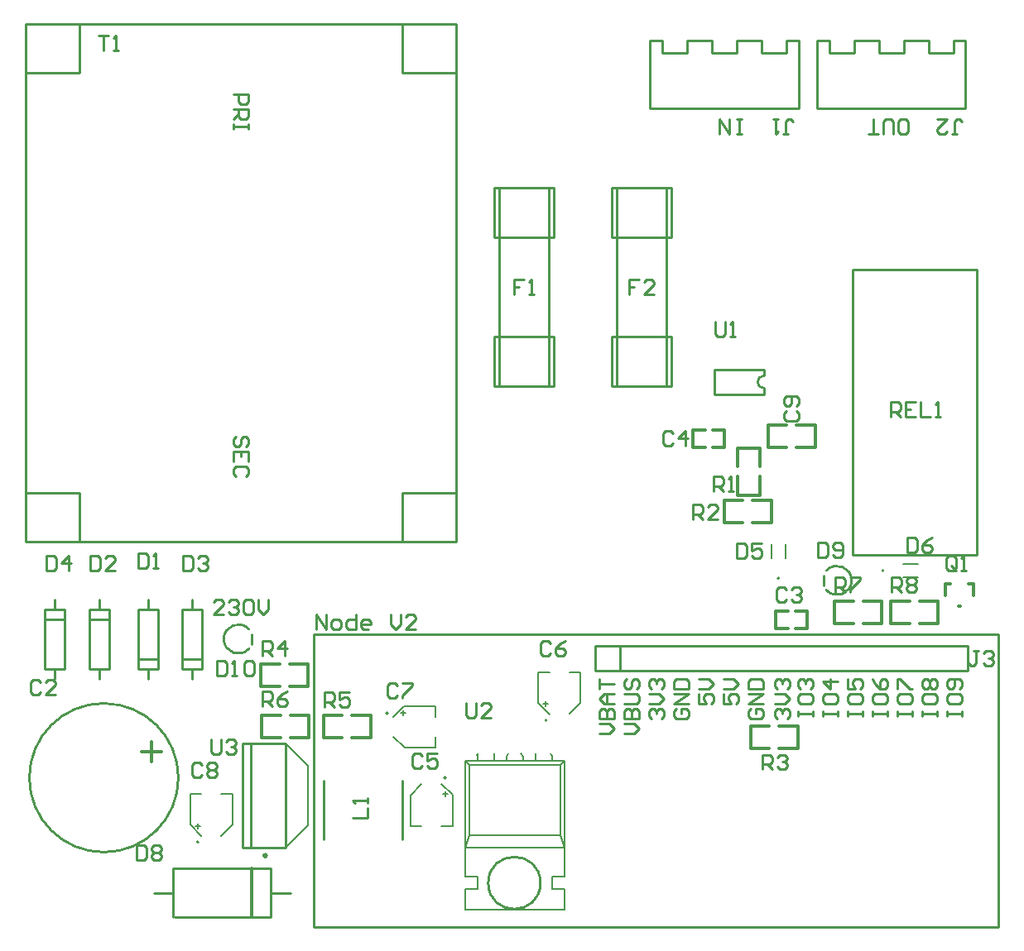
<source format=gbr>
%TF.GenerationSoftware,Altium Limited,Altium Designer,24.0.1 (36)*%
G04 Layer_Color=65535*
%FSLAX45Y45*%
%MOMM*%
%TF.SameCoordinates,1548FFD4-C5F0-4C99-8D9D-CADF44B10A7D*%
%TF.FilePolarity,Positive*%
%TF.FileFunction,Legend,Top*%
%TF.Part,Single*%
G01*
G75*
%TA.AperFunction,NonConductor*%
%ADD27C,0.25400*%
%ADD46C,0.20000*%
%ADD47C,0.12700*%
%ADD48C,0.30480*%
%ADD49C,0.30000*%
%ADD50R,0.35000X0.35000*%
D27*
X2336102Y3048757D02*
G03*
X2336102Y2851242I-111102J-98757D01*
G01*
X5314993Y452032D02*
G03*
X5314993Y452032I-266700J0D01*
G01*
X8238898Y3451243D02*
G03*
X8238898Y3648757I111102J98757D01*
G01*
X1612000Y1529215D02*
G03*
X1612000Y1529215I-762000J0D01*
G01*
X7599900Y5644566D02*
G03*
X7599900Y5517566I0J-63500D01*
G01*
X2364700Y2899200D02*
Y3000800D01*
X2706200Y816600D02*
Y1883400D01*
X2271100Y816600D02*
X2706200D01*
X2350600Y1883400D02*
X2706200D01*
X2271000Y816500D02*
X2271100Y816600D01*
X2271000Y816500D02*
Y1883300D01*
X2271100Y1883400D01*
X2350600D01*
Y816600D02*
Y1883400D01*
X6127000Y2623000D02*
Y2877000D01*
X5873000Y2623000D02*
Y2877000D01*
Y2877000D02*
X9683000Y2877000D01*
Y2686500D02*
Y2813500D01*
X5873000Y2623000D02*
X9683000Y2623000D01*
Y2686500D01*
Y2813500D02*
Y2877000D01*
X3000000Y0D02*
X10000000D01*
Y2900000D01*
Y3000000D01*
X3000000D02*
X10000000D01*
X3000000Y0D02*
Y3000000D01*
X8146000Y8382500D02*
Y9081000D01*
Y8382500D02*
X8643000D01*
X9662000D02*
Y8463500D01*
X8643000Y8382500D02*
X9662000D01*
Y8463500D02*
Y9081000D01*
X9543000Y8954000D02*
Y9081000D01*
X9289000Y8954000D02*
Y9081000D01*
X9035000Y8954000D02*
Y9081000D01*
X8781000Y8954000D02*
Y9081000D01*
X8527000Y8954000D02*
Y9081000D01*
X8273000Y8954000D02*
Y9081000D01*
X9543000D02*
X9662000D01*
X9289000Y8954000D02*
X9543000D01*
X9035000Y9081000D02*
X9289000D01*
X9035000Y8954000D02*
Y9081000D01*
X8781000Y8954000D02*
X9035000D01*
X8781000D02*
Y9081000D01*
X8527000D02*
X8781000D01*
X8273000Y8954000D02*
X8527000D01*
X8146000Y9081000D02*
X8273000D01*
X6604813Y5534330D02*
X6655613D01*
Y6042330D01*
X6604813D02*
X6655613D01*
X6604813Y7058330D02*
X6655613D01*
Y7566330D01*
X6604813D02*
X6655613D01*
X6046013Y5534330D02*
X6096813D01*
X6046013D02*
Y6042330D01*
X6096813D01*
X6046013Y7058330D02*
X6096813D01*
X6046013D02*
Y7566330D01*
X6096813D01*
Y6042330D02*
X6604813D01*
X6096813Y7058330D02*
X6604813D01*
X6096813Y5534330D02*
Y7566330D01*
Y5534330D02*
X6604813D01*
Y7566330D01*
X6096813D02*
X6604813D01*
X5404813Y5534330D02*
X5455613D01*
Y6042330D01*
X5404813D02*
X5455613D01*
X5404813Y7058330D02*
X5455613D01*
Y7566330D01*
X5404813D02*
X5455613D01*
X4846013Y5534330D02*
X4896813D01*
X4846013D02*
Y6042330D01*
X4896813D01*
X4846013Y7058330D02*
X4896813D01*
X4846013D02*
Y7566330D01*
X4896813D01*
Y6042330D02*
X5404813D01*
X4896813Y7058330D02*
X5404813D01*
X4896813Y5534330D02*
Y7566330D01*
Y5534330D02*
X5404813D01*
Y7566330D01*
X4896813D02*
X5404813D01*
X6438000Y8382500D02*
Y9081000D01*
Y8382500D02*
X6935000D01*
X7954000D02*
Y8463500D01*
X6935000Y8382500D02*
X7954000D01*
Y8463500D02*
Y9081000D01*
X7835000Y8954000D02*
Y9081000D01*
X7581000Y8954000D02*
Y9081000D01*
X7327000Y8954000D02*
Y9081000D01*
X7073000Y8954000D02*
Y9081000D01*
X6819000Y8954000D02*
Y9081000D01*
X6565000Y8954000D02*
Y9081000D01*
X7835000D02*
X7954000D01*
X7581000Y8954000D02*
X7835000D01*
X7327000Y9081000D02*
X7581000D01*
X7327000Y8954000D02*
Y9081000D01*
X7073000Y8954000D02*
X7327000D01*
X7073000D02*
Y9081000D01*
X6819000D02*
X7073000D01*
X6565000Y8954000D02*
X6819000D01*
X6438000Y9081000D02*
X6565000D01*
X3900000Y8750000D02*
X4450000D01*
X3900000D02*
Y9250000D01*
X600000Y8750000D02*
Y9250000D01*
X50000Y8750000D02*
X600000D01*
X50000Y4450000D02*
X600000D01*
Y3950000D02*
Y4450000D01*
X3900000D02*
X4450000D01*
X3900000Y3950000D02*
Y4450000D01*
X50000Y3950000D02*
Y9250000D01*
Y3950000D02*
X4450000D01*
Y9250000D01*
X50000D02*
X4450000D01*
X8509000Y6731000D02*
X9779000D01*
Y3810000D02*
Y6731000D01*
X8509000Y3810000D02*
X9779000D01*
X8509000D02*
Y6731000D01*
X8210300Y3499200D02*
Y3600800D01*
X3100000Y1200000D02*
Y1500000D01*
Y900000D02*
Y1200000D01*
X3900000D02*
Y1500000D01*
Y900000D02*
Y1200000D01*
X1198400Y2645200D02*
X1401600D01*
X1198400Y2746800D02*
X1401600D01*
X1198400Y3254800D02*
X1401600D01*
X1300000D02*
Y3356400D01*
Y2543600D02*
Y2645200D01*
X1401600D02*
Y3254800D01*
X1198400Y2645200D02*
Y3254800D01*
X901600Y2645200D02*
Y3254800D01*
X698400Y2645200D02*
Y3254800D01*
X800000D02*
Y3356400D01*
Y2543600D02*
Y2645200D01*
X698400D02*
X901600D01*
X698400Y3153200D02*
X901600D01*
X698400Y3254800D02*
X901600D01*
X7599900Y5644566D02*
Y5708066D01*
Y5454066D02*
Y5517566D01*
X7091900Y5454066D02*
X7599900D01*
X7091900D02*
Y5708066D01*
X7599900D01*
X451600Y2645200D02*
Y3254800D01*
X248400Y2645200D02*
Y3254800D01*
X350000D02*
Y3356400D01*
Y2543600D02*
Y2645200D01*
X248400D02*
X451600D01*
X248400Y3153200D02*
X451600D01*
X248400Y3254800D02*
X451600D01*
X1648400Y2645200D02*
Y3254800D01*
X1851600Y2645200D02*
Y3254800D01*
X1750000Y2543600D02*
Y2645200D01*
Y3254800D02*
Y3356400D01*
X1648400Y3254800D02*
X1851600D01*
X1648400Y2746800D02*
X1851600D01*
X1648400Y2645200D02*
X1851600D01*
X1570714Y100000D02*
X2559714D01*
X1559714Y600000D02*
X2559714D01*
Y350000D02*
X2761315D01*
X1359714D02*
X1559714D01*
Y100000D02*
Y600000D01*
X2559714Y100000D02*
Y600000D01*
X2076967Y3200400D02*
X1975400D01*
X2076967Y3301967D01*
Y3327359D01*
X2051575Y3352751D01*
X2000792D01*
X1975400Y3327359D01*
X2127751D02*
X2153143Y3352751D01*
X2203926D01*
X2229318Y3327359D01*
Y3301967D01*
X2203926Y3276575D01*
X2178534D01*
X2203926D01*
X2229318Y3251183D01*
Y3225792D01*
X2203926Y3200400D01*
X2153143D01*
X2127751Y3225792D01*
X2280101Y3327359D02*
X2305493Y3352751D01*
X2356277D01*
X2381669Y3327359D01*
Y3225792D01*
X2356277Y3200400D01*
X2305493D01*
X2280101Y3225792D01*
Y3327359D01*
X2432452Y3352751D02*
Y3251183D01*
X2483236Y3200400D01*
X2534019Y3251183D01*
Y3352751D01*
X3025400Y3050400D02*
Y3202751D01*
X3126967Y3050400D01*
Y3202751D01*
X3203143Y3050400D02*
X3253926D01*
X3279318Y3075792D01*
Y3126575D01*
X3253926Y3151967D01*
X3203143D01*
X3177751Y3126575D01*
Y3075792D01*
X3203143Y3050400D01*
X3431669Y3202751D02*
Y3050400D01*
X3355493D01*
X3330102Y3075792D01*
Y3126575D01*
X3355493Y3151967D01*
X3431669D01*
X3558628Y3050400D02*
X3507844D01*
X3482452Y3075792D01*
Y3126575D01*
X3507844Y3151967D01*
X3558628D01*
X3584020Y3126575D01*
Y3101184D01*
X3482452D01*
X3787154Y3202751D02*
Y3101184D01*
X3837937Y3050400D01*
X3888721Y3101184D01*
Y3202751D01*
X4041072Y3050400D02*
X3939504D01*
X4041072Y3151967D01*
Y3177359D01*
X4015680Y3202751D01*
X3964896D01*
X3939504Y3177359D01*
X6708441Y2235967D02*
X6683049Y2210575D01*
Y2159792D01*
X6708441Y2134400D01*
X6810008D01*
X6835400Y2159792D01*
Y2210575D01*
X6810008Y2235967D01*
X6759224D01*
Y2185184D01*
X6835400Y2286751D02*
X6683049D01*
X6835400Y2388318D01*
X6683049D01*
Y2439102D02*
X6835400D01*
Y2515277D01*
X6810008Y2540669D01*
X6708441D01*
X6683049Y2515277D01*
Y2439102D01*
X7470441Y2235967D02*
X7445049Y2210575D01*
Y2159792D01*
X7470441Y2134400D01*
X7572008D01*
X7597400Y2159792D01*
Y2210575D01*
X7572008Y2235967D01*
X7521224D01*
Y2185184D01*
X7597400Y2286751D02*
X7445049D01*
X7597400Y2388318D01*
X7445049D01*
Y2439102D02*
X7597400D01*
Y2515277D01*
X7572008Y2540669D01*
X7470441D01*
X7445049Y2515277D01*
Y2439102D01*
X6937049Y2388367D02*
Y2286800D01*
X7013224D01*
X6987833Y2337584D01*
Y2362975D01*
X7013224Y2388367D01*
X7064008D01*
X7089400Y2362975D01*
Y2312192D01*
X7064008Y2286800D01*
X6937049Y2439151D02*
X7038616D01*
X7089400Y2489934D01*
X7038616Y2540718D01*
X6937049D01*
X7191049Y2388367D02*
Y2286800D01*
X7267224D01*
X7241833Y2337584D01*
Y2362975D01*
X7267224Y2388367D01*
X7318008D01*
X7343400Y2362975D01*
Y2312192D01*
X7318008Y2286800D01*
X7191049Y2439151D02*
X7292616D01*
X7343400Y2489934D01*
X7292616Y2540718D01*
X7191049D01*
X6454441Y2134400D02*
X6429049Y2159792D01*
Y2210575D01*
X6454441Y2235967D01*
X6479833D01*
X6505224Y2210575D01*
Y2185184D01*
Y2210575D01*
X6530616Y2235967D01*
X6556008D01*
X6581400Y2210575D01*
Y2159792D01*
X6556008Y2134400D01*
X6429049Y2286751D02*
X6530616D01*
X6581400Y2337534D01*
X6530616Y2388318D01*
X6429049D01*
X6454441Y2439102D02*
X6429049Y2464493D01*
Y2515277D01*
X6454441Y2540669D01*
X6479833D01*
X6505224Y2515277D01*
Y2489885D01*
Y2515277D01*
X6530616Y2540669D01*
X6556008D01*
X6581400Y2515277D01*
Y2464493D01*
X6556008Y2439102D01*
X7738530Y2136825D02*
X7713138Y2162217D01*
Y2213001D01*
X7738530Y2238393D01*
X7763921D01*
X7789313Y2213001D01*
Y2187609D01*
Y2213001D01*
X7814705Y2238393D01*
X7840097D01*
X7865488Y2213001D01*
Y2162217D01*
X7840097Y2136825D01*
X7713138Y2289176D02*
X7814705D01*
X7865488Y2339960D01*
X7814705Y2390743D01*
X7713138D01*
X7738530Y2441527D02*
X7713138Y2466919D01*
Y2517702D01*
X7738530Y2543094D01*
X7763921D01*
X7789313Y2517702D01*
Y2492310D01*
Y2517702D01*
X7814705Y2543094D01*
X7840097D01*
X7865488Y2517702D01*
Y2466919D01*
X7840097Y2441527D01*
X6175049Y1982000D02*
X6276616D01*
X6327400Y2032784D01*
X6276616Y2083567D01*
X6175049D01*
Y2134351D02*
X6327400D01*
Y2210526D01*
X6302008Y2235918D01*
X6276616D01*
X6251224Y2210526D01*
Y2134351D01*
Y2210526D01*
X6225833Y2235918D01*
X6200441D01*
X6175049Y2210526D01*
Y2134351D01*
Y2286702D02*
X6302008D01*
X6327400Y2312093D01*
Y2362877D01*
X6302008Y2388269D01*
X6175049D01*
X6200441Y2540620D02*
X6175049Y2515228D01*
Y2464444D01*
X6200441Y2439052D01*
X6225833D01*
X6251224Y2464444D01*
Y2515228D01*
X6276616Y2540620D01*
X6302008D01*
X6327400Y2515228D01*
Y2464444D01*
X6302008Y2439052D01*
X5921049Y1982000D02*
X6022616D01*
X6073400Y2032784D01*
X6022616Y2083567D01*
X5921049D01*
Y2134351D02*
X6073400D01*
Y2210526D01*
X6048008Y2235918D01*
X6022616D01*
X5997224Y2210526D01*
Y2134351D01*
Y2210526D01*
X5971833Y2235918D01*
X5946441D01*
X5921049Y2210526D01*
Y2134351D01*
X6073400Y2286702D02*
X5971833D01*
X5921049Y2337485D01*
X5971833Y2388269D01*
X6073400D01*
X5997224D01*
Y2286702D01*
X5921049Y2439052D02*
Y2540620D01*
Y2489836D01*
X6073400D01*
X7953049Y2159800D02*
Y2210584D01*
Y2185192D01*
X8105400D01*
Y2159800D01*
Y2210584D01*
X7953049Y2362934D02*
Y2312151D01*
X7978441Y2286759D01*
X8080008D01*
X8105400Y2312151D01*
Y2362934D01*
X8080008Y2388326D01*
X7978441D01*
X7953049Y2362934D01*
X7978441Y2439110D02*
X7953049Y2464502D01*
Y2515285D01*
X7978441Y2540677D01*
X8003833D01*
X8029224Y2515285D01*
Y2489893D01*
Y2515285D01*
X8054616Y2540677D01*
X8080008D01*
X8105400Y2515285D01*
Y2464502D01*
X8080008Y2439110D01*
X8207049Y2159800D02*
Y2210584D01*
Y2185192D01*
X8359400D01*
Y2159800D01*
Y2210584D01*
X8207049Y2362934D02*
Y2312151D01*
X8232441Y2286759D01*
X8334008D01*
X8359400Y2312151D01*
Y2362934D01*
X8334008Y2388326D01*
X8232441D01*
X8207049Y2362934D01*
X8359400Y2515285D02*
X8207049D01*
X8283224Y2439110D01*
Y2540677D01*
X8461049Y2159800D02*
Y2210584D01*
Y2185192D01*
X8613400D01*
Y2159800D01*
Y2210584D01*
X8461049Y2362934D02*
Y2312151D01*
X8486441Y2286759D01*
X8588008D01*
X8613400Y2312151D01*
Y2362934D01*
X8588008Y2388326D01*
X8486441D01*
X8461049Y2362934D01*
Y2540677D02*
Y2439110D01*
X8537224D01*
X8511833Y2489893D01*
Y2515285D01*
X8537224Y2540677D01*
X8588008D01*
X8613400Y2515285D01*
Y2464502D01*
X8588008Y2439110D01*
X8969049Y2159800D02*
Y2210584D01*
Y2185192D01*
X9121400D01*
Y2159800D01*
Y2210584D01*
X8969049Y2362934D02*
Y2312151D01*
X8994441Y2286759D01*
X9096008D01*
X9121400Y2312151D01*
Y2362934D01*
X9096008Y2388326D01*
X8994441D01*
X8969049Y2362934D01*
Y2439110D02*
Y2540677D01*
X8994441D01*
X9096008Y2439110D01*
X9121400D01*
X9223049Y2159800D02*
Y2210584D01*
Y2185192D01*
X9375400D01*
Y2159800D01*
Y2210584D01*
X9223049Y2362934D02*
Y2312151D01*
X9248441Y2286759D01*
X9350008D01*
X9375400Y2312151D01*
Y2362934D01*
X9350008Y2388326D01*
X9248441D01*
X9223049Y2362934D01*
X9248441Y2439110D02*
X9223049Y2464502D01*
Y2515285D01*
X9248441Y2540677D01*
X9273833D01*
X9299224Y2515285D01*
X9324616Y2540677D01*
X9350008D01*
X9375400Y2515285D01*
Y2464502D01*
X9350008Y2439110D01*
X9324616D01*
X9299224Y2464502D01*
X9273833Y2439110D01*
X9248441D01*
X9299224Y2464502D02*
Y2515285D01*
X9477049Y2159800D02*
Y2210584D01*
Y2185192D01*
X9629400D01*
Y2159800D01*
Y2210584D01*
X9477049Y2362934D02*
Y2312151D01*
X9502441Y2286759D01*
X9604008D01*
X9629400Y2312151D01*
Y2362934D01*
X9604008Y2388326D01*
X9502441D01*
X9477049Y2362934D01*
X9604008Y2439110D02*
X9629400Y2464502D01*
Y2515285D01*
X9604008Y2540677D01*
X9502441D01*
X9477049Y2515285D01*
Y2464502D01*
X9502441Y2439110D01*
X9527833D01*
X9553224Y2464502D01*
Y2540677D01*
X8715049Y2159800D02*
Y2210584D01*
Y2185192D01*
X8867400D01*
Y2159800D01*
Y2210584D01*
X8715049Y2362934D02*
Y2312151D01*
X8740441Y2286759D01*
X8842008D01*
X8867400Y2312151D01*
Y2362934D01*
X8842008Y2388326D01*
X8740441D01*
X8715049Y2362934D01*
Y2540677D02*
X8740441Y2489893D01*
X8791224Y2439110D01*
X8842008D01*
X8867400Y2464502D01*
Y2515285D01*
X8842008Y2540677D01*
X8816616D01*
X8791224Y2515285D01*
Y2439110D01*
X8998425Y8122249D02*
X9049208D01*
X9074600Y8147641D01*
Y8249208D01*
X9049208Y8274599D01*
X8998425D01*
X8973033Y8249208D01*
Y8147641D01*
X8998425Y8122249D01*
X8922249D02*
Y8249208D01*
X8896857Y8274599D01*
X8846074D01*
X8820682Y8249208D01*
Y8122249D01*
X8769899D02*
X8668331D01*
X8719115D01*
Y8274599D01*
X7374600Y8122249D02*
X7323816D01*
X7349208D01*
Y8274599D01*
X7374600D01*
X7323816D01*
X7247641D02*
Y8122249D01*
X7146074Y8274599D01*
Y8122249D01*
X2302359Y4923033D02*
X2327751Y4948425D01*
Y4999208D01*
X2302359Y5024600D01*
X2276968D01*
X2251576Y4999208D01*
Y4948425D01*
X2226184Y4923033D01*
X2200792D01*
X2175400Y4948425D01*
Y4999208D01*
X2200792Y5024600D01*
X2327751Y4770682D02*
Y4872249D01*
X2175400D01*
Y4770682D01*
X2251576Y4872249D02*
Y4821466D01*
X2302359Y4618331D02*
X2327751Y4643723D01*
Y4694507D01*
X2302359Y4719899D01*
X2200792D01*
X2175400Y4694507D01*
Y4643723D01*
X2200792Y4618331D01*
X2175401Y8524600D02*
X2327751D01*
Y8448424D01*
X2302359Y8423032D01*
X2251576D01*
X2226184Y8448424D01*
Y8524600D01*
X2175401Y8372249D02*
X2327751D01*
Y8296074D01*
X2302359Y8270682D01*
X2251576D01*
X2226184Y8296074D01*
Y8372249D01*
Y8321465D02*
X2175401Y8270682D01*
X2327751Y8219898D02*
Y8169115D01*
Y8194506D01*
X2175401D01*
Y8219898D01*
Y8169115D01*
X2468880Y2781300D02*
Y2933651D01*
X2545055D01*
X2570447Y2908259D01*
Y2857475D01*
X2545055Y2832083D01*
X2468880D01*
X2519663D02*
X2570447Y2781300D01*
X2697406D02*
Y2933651D01*
X2621231Y2857475D01*
X2722798D01*
X2009562Y2726175D02*
Y2573825D01*
X2085737D01*
X2111129Y2599217D01*
Y2700784D01*
X2085737Y2726175D01*
X2009562D01*
X2161912Y2573825D02*
X2212696D01*
X2187304D01*
Y2726175D01*
X2161912Y2700784D01*
X2288871D02*
X2314263Y2726175D01*
X2365047D01*
X2390438Y2700784D01*
Y2599217D01*
X2365047Y2573825D01*
X2314263D01*
X2288871Y2599217D01*
Y2700784D01*
X8907780Y3431540D02*
Y3583891D01*
X8983955D01*
X9009347Y3558499D01*
Y3507715D01*
X8983955Y3482323D01*
X8907780D01*
X8958563D02*
X9009347Y3431540D01*
X9060131Y3558499D02*
X9085523Y3583891D01*
X9136306D01*
X9161698Y3558499D01*
Y3533107D01*
X9136306Y3507715D01*
X9161698Y3482323D01*
Y3456932D01*
X9136306Y3431540D01*
X9085523D01*
X9060131Y3456932D01*
Y3482323D01*
X9085523Y3507715D01*
X9060131Y3533107D01*
Y3558499D01*
X9085523Y3507715D02*
X9136306D01*
X9799608Y2826175D02*
X9748825D01*
X9774216D01*
Y2699217D01*
X9748825Y2673825D01*
X9723433D01*
X9698041Y2699217D01*
X9850392Y2800784D02*
X9875784Y2826175D01*
X9926567D01*
X9951959Y2800784D01*
Y2775392D01*
X9926567Y2750000D01*
X9901175D01*
X9926567D01*
X9951959Y2724608D01*
Y2699217D01*
X9926567Y2673825D01*
X9875784D01*
X9850392Y2699217D01*
X8333740Y3431540D02*
Y3583891D01*
X8409915D01*
X8435307Y3558499D01*
Y3507715D01*
X8409915Y3482323D01*
X8333740D01*
X8384523D02*
X8435307Y3431540D01*
X8486091Y3583891D02*
X8587658D01*
Y3558499D01*
X8486091Y3456932D01*
Y3431540D01*
X8150860Y3939491D02*
Y3787140D01*
X8227035D01*
X8252427Y3812532D01*
Y3914099D01*
X8227035Y3939491D01*
X8150860D01*
X8303211Y3812532D02*
X8328603Y3787140D01*
X8379386D01*
X8404778Y3812532D01*
Y3914099D01*
X8379386Y3939491D01*
X8328603D01*
X8303211Y3914099D01*
Y3888707D01*
X8328603Y3863315D01*
X8404778D01*
X7828317Y5284608D02*
X7802925Y5259217D01*
Y5208433D01*
X7828317Y5183041D01*
X7929884D01*
X7955275Y5208433D01*
Y5259217D01*
X7929884Y5284608D01*
Y5335392D02*
X7955275Y5360784D01*
Y5411567D01*
X7929884Y5436959D01*
X7828317D01*
X7802925Y5411567D01*
Y5360784D01*
X7828317Y5335392D01*
X7853708D01*
X7879100Y5360784D01*
Y5436959D01*
X5415247Y2905719D02*
X5389855Y2931111D01*
X5339072D01*
X5313680Y2905719D01*
Y2804152D01*
X5339072Y2778760D01*
X5389855D01*
X5415247Y2804152D01*
X5567598Y2931111D02*
X5516814Y2905719D01*
X5466031Y2854935D01*
Y2804152D01*
X5491423Y2778760D01*
X5542206D01*
X5567598Y2804152D01*
Y2829543D01*
X5542206Y2854935D01*
X5466031D01*
X4104607Y1757639D02*
X4079215Y1783031D01*
X4028432D01*
X4003040Y1757639D01*
Y1656072D01*
X4028432Y1630680D01*
X4079215D01*
X4104607Y1656072D01*
X4256958Y1783031D02*
X4155391D01*
Y1706855D01*
X4206174Y1732247D01*
X4231566D01*
X4256958Y1706855D01*
Y1656072D01*
X4231566Y1630680D01*
X4180783D01*
X4155391Y1656072D01*
X4556760Y2296111D02*
Y2169152D01*
X4582152Y2143760D01*
X4632935D01*
X4658327Y2169152D01*
Y2296111D01*
X4810678Y2143760D02*
X4709111D01*
X4810678Y2245327D01*
Y2270719D01*
X4785286Y2296111D01*
X4734503D01*
X4709111Y2270719D01*
X1948041Y1926175D02*
Y1799217D01*
X1973433Y1773825D01*
X2024216D01*
X2049608Y1799217D01*
Y1926175D01*
X2100392Y1900784D02*
X2125784Y1926175D01*
X2176567D01*
X2201959Y1900784D01*
Y1875392D01*
X2176567Y1850000D01*
X2151175D01*
X2176567D01*
X2201959Y1824608D01*
Y1799217D01*
X2176567Y1773825D01*
X2125784D01*
X2100392Y1799217D01*
X7104380Y6195011D02*
Y6068052D01*
X7129772Y6042660D01*
X7180555D01*
X7205947Y6068052D01*
Y6195011D01*
X7256731Y6042660D02*
X7307514D01*
X7282123D01*
Y6195011D01*
X7256731Y6169619D01*
X798433Y9126175D02*
X900000D01*
X849216D01*
Y8973825D01*
X950784D02*
X1001567D01*
X976176D01*
Y9126175D01*
X950784Y9100783D01*
X8896082Y5223825D02*
Y5376175D01*
X8972258D01*
X8997650Y5350784D01*
Y5300000D01*
X8972258Y5274608D01*
X8896082D01*
X8946866D02*
X8997650Y5223825D01*
X9150000Y5376175D02*
X9048433D01*
Y5223825D01*
X9150000D01*
X9048433Y5300000D02*
X9099216D01*
X9200784Y5376175D02*
Y5223825D01*
X9302351D01*
X9353134D02*
X9403918D01*
X9378526D01*
Y5376175D01*
X9353134Y5350784D01*
X3103880Y2255520D02*
Y2407871D01*
X3180055D01*
X3205447Y2382479D01*
Y2331695D01*
X3180055Y2306303D01*
X3103880D01*
X3154663D02*
X3205447Y2255520D01*
X3357798Y2407871D02*
X3256231D01*
Y2331695D01*
X3307014Y2357087D01*
X3332406D01*
X3357798Y2331695D01*
Y2280912D01*
X3332406Y2255520D01*
X3281623D01*
X3256231Y2280912D01*
X7583041Y1613825D02*
Y1766175D01*
X7659217D01*
X7684608Y1740783D01*
Y1690000D01*
X7659217Y1664608D01*
X7583041D01*
X7633825D02*
X7684608Y1613825D01*
X7735392Y1740783D02*
X7760784Y1766175D01*
X7811567D01*
X7836959Y1740783D01*
Y1715392D01*
X7811567Y1690000D01*
X7786175D01*
X7811567D01*
X7836959Y1664608D01*
Y1639216D01*
X7811567Y1613825D01*
X7760784D01*
X7735392Y1639216D01*
X2473960Y2258060D02*
Y2410411D01*
X2550135D01*
X2575527Y2385019D01*
Y2334235D01*
X2550135Y2308843D01*
X2473960D01*
X2524743D02*
X2575527Y2258060D01*
X2727878Y2410411D02*
X2677094Y2385019D01*
X2626311Y2334235D01*
Y2283452D01*
X2651703Y2258060D01*
X2702486D01*
X2727878Y2283452D01*
Y2308843D01*
X2702486Y2334235D01*
X2626311D01*
X6873041Y4177290D02*
Y4329641D01*
X6949216D01*
X6974608Y4304249D01*
Y4253465D01*
X6949216Y4228074D01*
X6873041D01*
X6923825D02*
X6974608Y4177290D01*
X7126959D02*
X7025392D01*
X7126959Y4278857D01*
Y4304249D01*
X7101567Y4329641D01*
X7050784D01*
X7025392Y4304249D01*
X7088233Y4460496D02*
Y4612846D01*
X7164409D01*
X7189800Y4587454D01*
Y4536671D01*
X7164409Y4511279D01*
X7088233D01*
X7139017D02*
X7189800Y4460496D01*
X7240584D02*
X7291367D01*
X7265976D01*
Y4612846D01*
X7240584Y4587454D01*
X9565607Y3675372D02*
Y3776939D01*
X9540215Y3802331D01*
X9489432D01*
X9464040Y3776939D01*
Y3675372D01*
X9489432Y3649980D01*
X9540215D01*
X9514823Y3700763D02*
X9565607Y3649980D01*
X9540215D02*
X9565607Y3675372D01*
X9616391Y3649980D02*
X9667174D01*
X9641783D01*
Y3802331D01*
X9616391Y3776939D01*
X3398425Y1119033D02*
X3550775D01*
Y1220600D01*
Y1271384D02*
Y1322167D01*
Y1296776D01*
X3398425D01*
X3423817Y1271384D01*
X7800000Y8123825D02*
X7850783D01*
X7825392D01*
Y8250784D01*
X7850783Y8276175D01*
X7876175D01*
X7901567Y8250784D01*
X7749216Y8276175D02*
X7698433D01*
X7723824D01*
Y8123825D01*
X7749216Y8149217D01*
X9525392Y8123825D02*
X9576175D01*
X9550784D01*
Y8250784D01*
X9576175Y8276175D01*
X9601567D01*
X9626959Y8250784D01*
X9373041Y8276175D02*
X9474608D01*
X9373041Y8174608D01*
Y8149217D01*
X9398433Y8123825D01*
X9449216D01*
X9474608Y8149217D01*
X6324608Y6626175D02*
X6223041D01*
Y6550000D01*
X6273825D01*
X6223041D01*
Y6473825D01*
X6476959D02*
X6375392D01*
X6476959Y6575392D01*
Y6600784D01*
X6451567Y6626175D01*
X6400784D01*
X6375392Y6600784D01*
X5150000Y6626175D02*
X5048433D01*
Y6550000D01*
X5099217D01*
X5048433D01*
Y6473825D01*
X5200784D02*
X5251567D01*
X5226176D01*
Y6626175D01*
X5200784Y6600784D01*
X261620Y3799791D02*
Y3647440D01*
X337795D01*
X363187Y3672832D01*
Y3774399D01*
X337795Y3799791D01*
X261620D01*
X490146Y3647440D02*
Y3799791D01*
X413971Y3723615D01*
X515538D01*
X9067800Y3987751D02*
Y3835400D01*
X9143975D01*
X9169367Y3860792D01*
Y3962359D01*
X9143975Y3987751D01*
X9067800D01*
X9321718D02*
X9270934Y3962359D01*
X9220151Y3911575D01*
Y3860792D01*
X9245543Y3835400D01*
X9296326D01*
X9321718Y3860792D01*
Y3886183D01*
X9296326Y3911575D01*
X9220151D01*
X1198433Y3826175D02*
Y3673825D01*
X1274608D01*
X1300000Y3699217D01*
Y3800784D01*
X1274608Y3826175D01*
X1198433D01*
X1350784Y3673825D02*
X1401567D01*
X1376176D01*
Y3826175D01*
X1350784Y3800784D01*
X7323041Y3926175D02*
Y3773825D01*
X7399217D01*
X7424608Y3799216D01*
Y3900783D01*
X7399217Y3926175D01*
X7323041D01*
X7576959D02*
X7475392D01*
Y3850000D01*
X7526175Y3875392D01*
X7551567D01*
X7576959Y3850000D01*
Y3799216D01*
X7551567Y3773825D01*
X7500784D01*
X7475392Y3799216D01*
X1183640Y843231D02*
Y690880D01*
X1259815D01*
X1285207Y716272D01*
Y817839D01*
X1259815Y843231D01*
X1183640D01*
X1335991Y817839D02*
X1361383Y843231D01*
X1412166D01*
X1437558Y817839D01*
Y792447D01*
X1412166Y767055D01*
X1437558Y741663D01*
Y716272D01*
X1412166Y690880D01*
X1361383D01*
X1335991Y716272D01*
Y741663D01*
X1361383Y767055D01*
X1335991Y792447D01*
Y817839D01*
X1361383Y767055D02*
X1412166D01*
X711200Y3799791D02*
Y3647440D01*
X787375D01*
X812767Y3672832D01*
Y3774399D01*
X787375Y3799791D01*
X711200D01*
X965118Y3647440D02*
X863551D01*
X965118Y3749007D01*
Y3774399D01*
X939726Y3799791D01*
X888943D01*
X863551Y3774399D01*
X1661160Y3799791D02*
Y3647440D01*
X1737335D01*
X1762727Y3672832D01*
Y3774399D01*
X1737335Y3799791D01*
X1661160D01*
X1813511Y3774399D02*
X1838903Y3799791D01*
X1889686D01*
X1915078Y3774399D01*
Y3749007D01*
X1889686Y3723615D01*
X1864294D01*
X1889686D01*
X1915078Y3698223D01*
Y3672832D01*
X1889686Y3647440D01*
X1838903D01*
X1813511Y3672832D01*
X203167Y2506939D02*
X177775Y2532331D01*
X126992D01*
X101600Y2506939D01*
Y2405372D01*
X126992Y2379980D01*
X177775D01*
X203167Y2405372D01*
X355518Y2379980D02*
X253951D01*
X355518Y2481547D01*
Y2506939D01*
X330126Y2532331D01*
X279343D01*
X253951Y2506939D01*
X7833327Y3456899D02*
X7807935Y3482291D01*
X7757152D01*
X7731760Y3456899D01*
Y3355332D01*
X7757152Y3329940D01*
X7807935D01*
X7833327Y3355332D01*
X7884111Y3456899D02*
X7909503Y3482291D01*
X7960286D01*
X7985678Y3456899D01*
Y3431507D01*
X7960286Y3406115D01*
X7934894D01*
X7960286D01*
X7985678Y3380723D01*
Y3355332D01*
X7960286Y3329940D01*
X7909503D01*
X7884111Y3355332D01*
X1856707Y1658579D02*
X1831315Y1683971D01*
X1780532D01*
X1755140Y1658579D01*
Y1557012D01*
X1780532Y1531620D01*
X1831315D01*
X1856707Y1557012D01*
X1907491Y1658579D02*
X1932883Y1683971D01*
X1983666D01*
X2009058Y1658579D01*
Y1633187D01*
X1983666Y1607795D01*
X2009058Y1582403D01*
Y1557012D01*
X1983666Y1531620D01*
X1932883D01*
X1907491Y1557012D01*
Y1582403D01*
X1932883Y1607795D01*
X1907491Y1633187D01*
Y1658579D01*
X1932883Y1607795D02*
X1983666D01*
X6674608Y5054249D02*
X6649217Y5079641D01*
X6598433D01*
X6573041Y5054249D01*
Y4952682D01*
X6598433Y4927290D01*
X6649217D01*
X6674608Y4952682D01*
X6801567Y4927290D02*
Y5079641D01*
X6725392Y5003465D01*
X6826959D01*
X3848067Y2473919D02*
X3822675Y2499311D01*
X3771892D01*
X3746500Y2473919D01*
Y2372352D01*
X3771892Y2346960D01*
X3822675D01*
X3848067Y2372352D01*
X3898851Y2499311D02*
X4000418D01*
Y2473919D01*
X3898851Y2372352D01*
Y2346960D01*
D46*
X2520000Y732500D02*
G03*
X2520000Y732500I-20000J0D01*
G01*
X8829500Y3650000D02*
G03*
X8829500Y3650000I-10000J0D01*
G01*
X7760000Y3570500D02*
G03*
X7760000Y3570500I-10000J0D01*
G01*
X5380300Y2117886D02*
G03*
X5380300Y2117886I-10000J0D01*
G01*
X4349700Y1529400D02*
G03*
X4349700Y1529400I-10000J0D01*
G01*
X3755600Y2189700D02*
G03*
X3755600Y2189700I-10000J0D01*
G01*
X1820300Y870600D02*
G03*
X1820300Y870600I-10000J0D01*
G01*
X4542000Y809835D02*
X4584334Y936835D01*
X4965334Y1741166D02*
X4986500Y1781666D01*
X5113500D02*
X5134666Y1741166D01*
X5414701Y1781666D02*
X5426199Y1765535D01*
X4542000Y1698835D02*
X4584334Y1656500D01*
X5515666D02*
X5558000Y1698835D01*
X4584334Y936835D02*
X5515666D01*
X4584334D02*
Y1656500D01*
X5515666D01*
Y936835D02*
Y1656500D01*
Y936835D02*
X5558000Y809835D01*
X4542000D02*
X5558000D01*
X4542000Y1698835D02*
X5558000D01*
X4542000Y513500D02*
Y1698835D01*
X5558000Y513500D02*
Y1698800D01*
X5431000Y513500D02*
X5558000D01*
X5431000Y386500D02*
Y513500D01*
Y386500D02*
X5558000D01*
Y174835D02*
Y386500D01*
X4542000Y513500D02*
X4669000D01*
Y386500D02*
Y513500D01*
X4542000Y386500D02*
X4669000D01*
X4542000Y174835D02*
Y386500D01*
Y174835D02*
X5558000D01*
X5134666Y1698835D02*
Y1741166D01*
X4965334Y1698835D02*
Y1741166D01*
X5431000Y1698835D02*
Y1762335D01*
X5261666Y1698835D02*
Y1781666D01*
X4669000Y1698835D02*
Y1762335D01*
X4838334Y1698835D02*
Y1781666D01*
X4668200Y1759934D02*
X4684499Y1781666D01*
D47*
X2271000Y1883500D02*
X2706100D01*
X2934800Y1654800D01*
Y1045200D02*
Y1654800D01*
X2706100Y816500D02*
X2934800Y1045200D01*
X2271000Y816500D02*
X2706100D01*
X2271000D02*
Y1883500D01*
X9024000Y3580000D02*
X9174000D01*
X9024000Y3720000D02*
X9174000D01*
X7820000Y3775000D02*
Y3925000D01*
X7680000Y3775000D02*
Y3925000D01*
X5295000Y2294786D02*
X5408750Y2181036D01*
X5295000Y2294786D02*
Y2612286D01*
X5610000Y2182285D02*
X5725000Y2297285D01*
Y2612286D01*
X5295000D02*
X5407500D01*
X5612500D02*
X5725000D01*
X5344900Y2282986D02*
X5395700D01*
X5370300Y2257586D02*
Y2308386D01*
X4301250Y1466250D02*
X4415000Y1352500D01*
Y1035000D02*
Y1352500D01*
X3985000Y1350000D02*
X4100000Y1465000D01*
X3985000Y1035000D02*
Y1350000D01*
X4302500Y1035000D02*
X4415000D01*
X3985000D02*
X4097500D01*
X4314300Y1364300D02*
X4365100D01*
X4339700Y1338900D02*
Y1389700D01*
X3808750Y2151250D02*
X3922500Y2265000D01*
X4240000D01*
X3810000Y1950000D02*
X3925000Y1835000D01*
X4240000D01*
Y2152500D02*
Y2265000D01*
Y1835000D02*
Y1947500D01*
X3910700Y2164300D02*
Y2215100D01*
X3885300Y2189700D02*
X3936100D01*
X1735000Y1047500D02*
X1848750Y933750D01*
X1735000Y1047500D02*
Y1365000D01*
X2050000Y935000D02*
X2165000Y1050000D01*
Y1365000D01*
X1735000D02*
X1847500D01*
X2052500D02*
X2165000D01*
X1784900Y1035700D02*
X1835700D01*
X1810300Y1010300D02*
Y1061100D01*
D48*
X2941300Y2460700D02*
Y2689300D01*
X2458700Y2460700D02*
Y2689300D01*
X2750800D02*
X2941300D01*
X2750800Y2460700D02*
X2941300D01*
X2458700D02*
X2649200D01*
X2458700Y2689300D02*
X2649200D01*
X9380600Y3110700D02*
Y3339300D01*
X8898000Y3110700D02*
Y3339300D01*
X9190100D02*
X9380600D01*
X9190100Y3110700D02*
X9380600D01*
X8898000D02*
X9088500D01*
X8898000Y3339300D02*
X9088500D01*
X8127000Y4910700D02*
Y5139300D01*
X7644400Y4910700D02*
Y5139300D01*
X7936500D02*
X8127000D01*
X7936500Y4910700D02*
X8127000D01*
X7644400D02*
X7834900D01*
X7644400Y5139300D02*
X7834900D01*
X7756500Y1825700D02*
X7947000D01*
X7756500Y2054300D02*
X7947000D01*
X7464400D02*
X7654900D01*
X7464400Y1825700D02*
X7654900D01*
X7947000D02*
Y2054300D01*
X7464400Y1825700D02*
Y2054300D01*
X7924600Y3061100D02*
X8038900D01*
X7924600Y3238900D02*
X8038900D01*
X7721400D02*
X7848400D01*
X7721400Y3061100D02*
X7848400D01*
X8038900D02*
Y3238900D01*
X7721400Y3061100D02*
Y3238900D01*
X7079200Y4907966D02*
X7193500D01*
X7079200Y5085766D02*
X7193500D01*
X6876000D02*
X7003000D01*
X6876000Y4907966D02*
X7003000D01*
X7193500D02*
Y5085766D01*
X6876000Y4907966D02*
Y5085766D01*
X7335700Y4423671D02*
Y4614171D01*
X7564300Y4423671D02*
Y4614171D01*
Y4715771D02*
Y4906271D01*
X7335700Y4715771D02*
Y4906271D01*
Y4423671D02*
X7564300D01*
X7335700Y4906271D02*
X7564300D01*
X7486500Y4139165D02*
X7677000D01*
X7486500Y4367765D02*
X7677000D01*
X7194400D02*
X7384900D01*
X7194400Y4139165D02*
X7384900D01*
X7677000D02*
Y4367765D01*
X7194400Y4139165D02*
Y4367765D01*
X3386500Y1935700D02*
X3577000D01*
X3386500Y2164300D02*
X3577000D01*
X3094400D02*
X3284900D01*
X3094400Y1935700D02*
X3284900D01*
X3577000D02*
Y2164300D01*
X3094400Y1935700D02*
Y2164300D01*
X2756134Y1936765D02*
X2946634D01*
X2756134Y2165365D02*
X2946634D01*
X2464034D02*
X2654534D01*
X2464034Y1936765D02*
X2654534D01*
X2946634D02*
Y2165365D01*
X2464034Y1936765D02*
Y2165365D01*
X9744780Y3398400D02*
Y3512700D01*
X9452680Y3398400D02*
Y3512700D01*
X9693980D02*
X9744780D01*
X9592380Y3284100D02*
X9605080D01*
X9452680Y3512700D02*
X9503480D01*
X1340000Y1748415D02*
Y1850015D01*
X1289200Y1799215D02*
X1390800D01*
X1340000Y1697615D02*
Y1748415D01*
Y1850015D02*
Y1900815D01*
X1238400Y1799215D02*
X1289200D01*
X1390800D02*
X1441600D01*
X8323000Y3110700D02*
Y3339300D01*
X8805600Y3110700D02*
Y3339300D01*
X8323000Y3110700D02*
X8513500D01*
X8323000Y3339300D02*
X8513500D01*
X8615100D02*
X8805600D01*
X8615100Y3110700D02*
X8805600D01*
D49*
X2359714Y100000D02*
Y600000D01*
D50*
X2497500Y735000D02*
D03*
%TF.MD5,2335fa9f7d169dc03c9fbb4975e6e475*%
M02*

</source>
